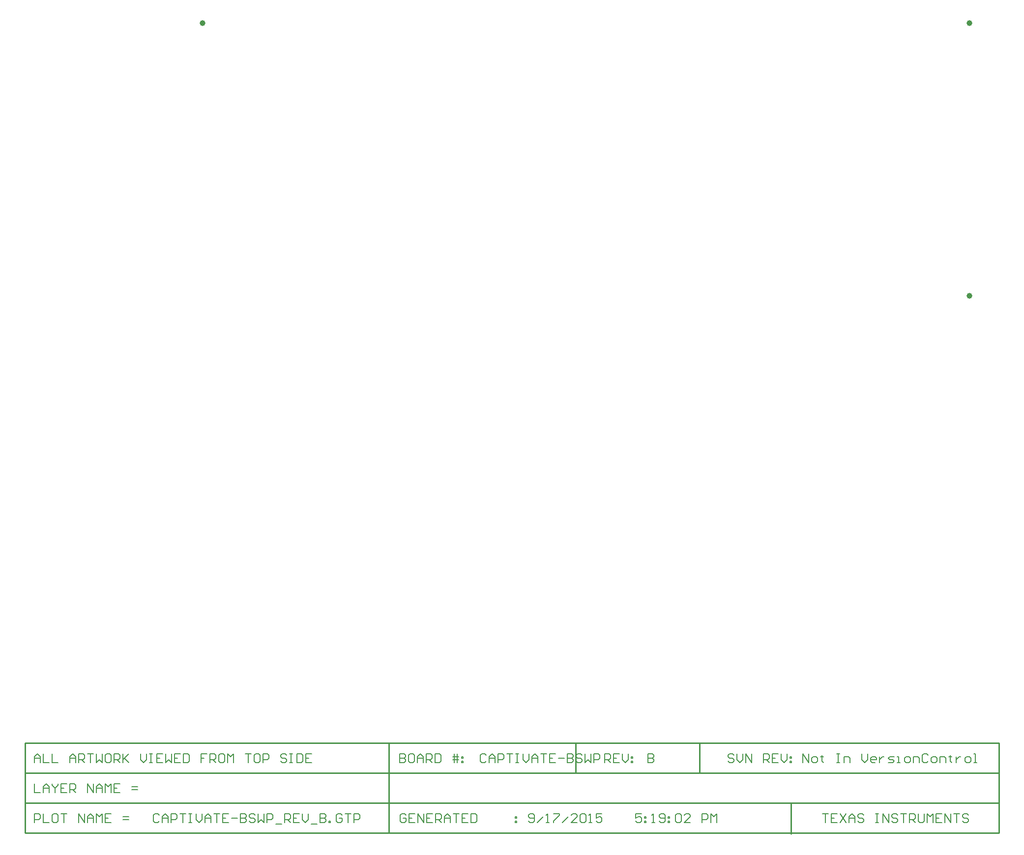
<source format=gtp>
%FSAX25Y25*%
%MOIN*%
G70*
G01*
G75*
G04 Layer_Color=9021481*
%ADD10C,0.00787*%
%ADD11C,0.03937*%
%ADD12C,0.00591*%
%ADD13C,0.00600*%
%ADD14C,0.00800*%
%ADD15C,0.01600*%
%ADD16C,0.01000*%
%ADD17C,0.06496*%
%ADD18R,0.06496X0.06496*%
%ADD19C,0.18110*%
%ADD20C,0.04000*%
%ADD21C,0.02500*%
G54D11*
X0680200Y0589400D02*
D03*
Y0404400D02*
D03*
X0160200Y0589400D02*
D03*
G54D14*
X0580500Y0052965D02*
X0584499D01*
X0582499D01*
Y0046966D01*
X0590497Y0052965D02*
X0586498D01*
Y0046966D01*
X0590497D01*
X0586498Y0049966D02*
X0588497D01*
X0592496Y0052965D02*
X0596495Y0046966D01*
Y0052965D02*
X0592496Y0046966D01*
X0598494D02*
Y0050965D01*
X0600493Y0052965D01*
X0602493Y0050965D01*
Y0046966D01*
Y0049966D01*
X0598494D01*
X0608491Y0051965D02*
X0607491Y0052965D01*
X0605492D01*
X0604492Y0051965D01*
Y0050965D01*
X0605492Y0049966D01*
X0607491D01*
X0608491Y0048966D01*
Y0047966D01*
X0607491Y0046966D01*
X0605492D01*
X0604492Y0047966D01*
X0616488Y0052965D02*
X0618488D01*
X0617488D01*
Y0046966D01*
X0616488D01*
X0618488D01*
X0621487D02*
Y0052965D01*
X0625486Y0046966D01*
Y0052965D01*
X0631484Y0051965D02*
X0630484Y0052965D01*
X0628484D01*
X0627485Y0051965D01*
Y0050965D01*
X0628484Y0049966D01*
X0630484D01*
X0631484Y0048966D01*
Y0047966D01*
X0630484Y0046966D01*
X0628484D01*
X0627485Y0047966D01*
X0633483Y0052965D02*
X0637482D01*
X0635482D01*
Y0046966D01*
X0639481D02*
Y0052965D01*
X0642480D01*
X0643480Y0051965D01*
Y0049966D01*
X0642480Y0048966D01*
X0639481D01*
X0641480D02*
X0643480Y0046966D01*
X0645479Y0052965D02*
Y0047966D01*
X0646479Y0046966D01*
X0648478D01*
X0649478Y0047966D01*
Y0052965D01*
X0651477Y0046966D02*
Y0052965D01*
X0653476Y0050965D01*
X0655476Y0052965D01*
Y0046966D01*
X0661474Y0052965D02*
X0657475D01*
Y0046966D01*
X0661474D01*
X0657475Y0049966D02*
X0659474D01*
X0663473Y0046966D02*
Y0052965D01*
X0667472Y0046966D01*
Y0052965D01*
X0669471D02*
X0673470D01*
X0671471D01*
Y0046966D01*
X0679468Y0051965D02*
X0678468Y0052965D01*
X0676469D01*
X0675469Y0051965D01*
Y0050965D01*
X0676469Y0049966D01*
X0678468D01*
X0679468Y0048966D01*
Y0047966D01*
X0678468Y0046966D01*
X0676469D01*
X0675469Y0047966D01*
X0458049Y0052965D02*
X0454050D01*
Y0049966D01*
X0456049Y0050965D01*
X0457049D01*
X0458049Y0049966D01*
Y0047966D01*
X0457049Y0046966D01*
X0455050D01*
X0454050Y0047966D01*
X0460048Y0050965D02*
X0461048D01*
Y0049966D01*
X0460048D01*
Y0050965D01*
Y0047966D02*
X0461048D01*
Y0046966D01*
X0460048D01*
Y0047966D01*
X0465046Y0046966D02*
X0467046D01*
X0466046D01*
Y0052965D01*
X0465046Y0051965D01*
X0470045Y0047966D02*
X0471044Y0046966D01*
X0473044D01*
X0474044Y0047966D01*
Y0051965D01*
X0473044Y0052965D01*
X0471044D01*
X0470045Y0051965D01*
Y0050965D01*
X0471044Y0049966D01*
X0474044D01*
X0476043Y0050965D02*
X0477043D01*
Y0049966D01*
X0476043D01*
Y0050965D01*
Y0047966D02*
X0477043D01*
Y0046966D01*
X0476043D01*
Y0047966D01*
X0481041Y0051965D02*
X0482041Y0052965D01*
X0484040D01*
X0485040Y0051965D01*
Y0047966D01*
X0484040Y0046966D01*
X0482041D01*
X0481041Y0047966D01*
Y0051965D01*
X0491038Y0046966D02*
X0487039D01*
X0491038Y0050965D01*
Y0051965D01*
X0490038Y0052965D01*
X0488039D01*
X0487039Y0051965D01*
X0499035Y0046966D02*
Y0052965D01*
X0502035D01*
X0503034Y0051965D01*
Y0049966D01*
X0502035Y0048966D01*
X0499035D01*
X0505033Y0046966D02*
Y0052965D01*
X0507033Y0050965D01*
X0509032Y0052965D01*
Y0046966D01*
X0046350D02*
Y0052965D01*
X0049349D01*
X0050349Y0051965D01*
Y0049966D01*
X0049349Y0048966D01*
X0046350D01*
X0052348Y0052965D02*
Y0046966D01*
X0056347D01*
X0061345Y0052965D02*
X0059346D01*
X0058346Y0051965D01*
Y0047966D01*
X0059346Y0046966D01*
X0061345D01*
X0062345Y0047966D01*
Y0051965D01*
X0061345Y0052965D01*
X0064344D02*
X0068343D01*
X0066343D01*
Y0046966D01*
X0076340D02*
Y0052965D01*
X0080339Y0046966D01*
Y0052965D01*
X0082338Y0046966D02*
Y0050965D01*
X0084338Y0052965D01*
X0086337Y0050965D01*
Y0046966D01*
Y0049966D01*
X0082338D01*
X0088336Y0046966D02*
Y0052965D01*
X0090336Y0050965D01*
X0092335Y0052965D01*
Y0046966D01*
X0098333Y0052965D02*
X0094335D01*
Y0046966D01*
X0098333D01*
X0094335Y0049966D02*
X0096334D01*
X0106331Y0048966D02*
X0110329D01*
X0106331Y0050965D02*
X0110329D01*
X0046350Y0073549D02*
Y0067551D01*
X0050349D01*
X0052348D02*
Y0071549D01*
X0054347Y0073549D01*
X0056347Y0071549D01*
Y0067551D01*
Y0070550D01*
X0052348D01*
X0058346Y0073549D02*
Y0072549D01*
X0060346Y0070550D01*
X0062345Y0072549D01*
Y0073549D01*
X0060346Y0070550D02*
Y0067551D01*
X0068343Y0073549D02*
X0064344D01*
Y0067551D01*
X0068343D01*
X0064344Y0070550D02*
X0066343D01*
X0070342Y0067551D02*
Y0073549D01*
X0073341D01*
X0074341Y0072549D01*
Y0070550D01*
X0073341Y0069550D01*
X0070342D01*
X0072342D02*
X0074341Y0067551D01*
X0082338D02*
Y0073549D01*
X0086337Y0067551D01*
Y0073549D01*
X0088336Y0067551D02*
Y0071549D01*
X0090336Y0073549D01*
X0092335Y0071549D01*
Y0067551D01*
Y0070550D01*
X0088336D01*
X0094335Y0067551D02*
Y0073549D01*
X0096334Y0071549D01*
X0098333Y0073549D01*
Y0067551D01*
X0104331Y0073549D02*
X0100332D01*
Y0067551D01*
X0104331D01*
X0100332Y0070550D02*
X0102332D01*
X0112329Y0069550D02*
X0116327D01*
X0112329Y0071549D02*
X0116327D01*
X0294000Y0093831D02*
Y0087833D01*
X0296999D01*
X0297999Y0088833D01*
Y0089833D01*
X0296999Y0090832D01*
X0294000D01*
X0296999D01*
X0297999Y0091832D01*
Y0092832D01*
X0296999Y0093831D01*
X0294000D01*
X0302997D02*
X0300998D01*
X0299998Y0092832D01*
Y0088833D01*
X0300998Y0087833D01*
X0302997D01*
X0303997Y0088833D01*
Y0092832D01*
X0302997Y0093831D01*
X0305996Y0087833D02*
Y0091832D01*
X0307996Y0093831D01*
X0309995Y0091832D01*
Y0087833D01*
Y0090832D01*
X0305996D01*
X0311994Y0087833D02*
Y0093831D01*
X0314993D01*
X0315993Y0092832D01*
Y0090832D01*
X0314993Y0089833D01*
X0311994D01*
X0313994D02*
X0315993Y0087833D01*
X0317992Y0093831D02*
Y0087833D01*
X0320991D01*
X0321991Y0088833D01*
Y0092832D01*
X0320991Y0093831D01*
X0317992D01*
X0330988Y0087833D02*
Y0093831D01*
X0332987D02*
Y0087833D01*
X0329988Y0091832D02*
X0332987D01*
X0333987D01*
X0329988Y0089833D02*
X0333987D01*
X0335986Y0091832D02*
X0336986D01*
Y0090832D01*
X0335986D01*
Y0091832D01*
Y0088833D02*
X0336986D01*
Y0087833D01*
X0335986D01*
Y0088833D01*
X0352549Y0092832D02*
X0351549Y0093831D01*
X0349550D01*
X0348550Y0092832D01*
Y0088833D01*
X0349550Y0087833D01*
X0351549D01*
X0352549Y0088833D01*
X0354548Y0087833D02*
Y0091832D01*
X0356547Y0093831D01*
X0358547Y0091832D01*
Y0087833D01*
Y0090832D01*
X0354548D01*
X0360546Y0087833D02*
Y0093831D01*
X0363545D01*
X0364545Y0092832D01*
Y0090832D01*
X0363545Y0089833D01*
X0360546D01*
X0366544Y0093831D02*
X0370543D01*
X0368544D01*
Y0087833D01*
X0372542Y0093831D02*
X0374542D01*
X0373542D01*
Y0087833D01*
X0372542D01*
X0374542D01*
X0377541Y0093831D02*
Y0089833D01*
X0379540Y0087833D01*
X0381539Y0089833D01*
Y0093831D01*
X0383539Y0087833D02*
Y0091832D01*
X0385538Y0093831D01*
X0387537Y0091832D01*
Y0087833D01*
Y0090832D01*
X0383539D01*
X0389537Y0093831D02*
X0393535D01*
X0391536D01*
Y0087833D01*
X0399534Y0093831D02*
X0395535D01*
Y0087833D01*
X0399534D01*
X0395535Y0090832D02*
X0397534D01*
X0401533D02*
X0405532D01*
X0407531Y0093831D02*
Y0087833D01*
X0410530D01*
X0411530Y0088833D01*
Y0089833D01*
X0410530Y0090832D01*
X0407531D01*
X0410530D01*
X0411530Y0091832D01*
Y0092832D01*
X0410530Y0093831D01*
X0407531D01*
X0417528Y0092832D02*
X0416528Y0093831D01*
X0414529D01*
X0413529Y0092832D01*
Y0091832D01*
X0414529Y0090832D01*
X0416528D01*
X0417528Y0089833D01*
Y0088833D01*
X0416528Y0087833D01*
X0414529D01*
X0413529Y0088833D01*
X0419527Y0093831D02*
Y0087833D01*
X0421526Y0089833D01*
X0423526Y0087833D01*
Y0093831D01*
X0425525Y0087833D02*
Y0093831D01*
X0428524D01*
X0429524Y0092832D01*
Y0090832D01*
X0428524Y0089833D01*
X0425525D01*
X0462150Y0093831D02*
Y0087833D01*
X0465149D01*
X0466149Y0088833D01*
Y0089833D01*
X0465149Y0090832D01*
X0462150D01*
X0465149D01*
X0466149Y0091832D01*
Y0092832D01*
X0465149Y0093831D01*
X0462150D01*
X0046350Y0087833D02*
Y0091832D01*
X0048349Y0093831D01*
X0050349Y0091832D01*
Y0087833D01*
Y0090832D01*
X0046350D01*
X0052348Y0093831D02*
Y0087833D01*
X0056347D01*
X0058346Y0093831D02*
Y0087833D01*
X0062345D01*
X0070342D02*
Y0091832D01*
X0072342Y0093831D01*
X0074341Y0091832D01*
Y0087833D01*
Y0090832D01*
X0070342D01*
X0076340Y0087833D02*
Y0093831D01*
X0079339D01*
X0080339Y0092832D01*
Y0090832D01*
X0079339Y0089833D01*
X0076340D01*
X0078340D02*
X0080339Y0087833D01*
X0082338Y0093831D02*
X0086337D01*
X0084338D01*
Y0087833D01*
X0088336Y0093831D02*
Y0087833D01*
X0090336Y0089833D01*
X0092335Y0087833D01*
Y0093831D01*
X0097334D02*
X0095334D01*
X0094335Y0092832D01*
Y0088833D01*
X0095334Y0087833D01*
X0097334D01*
X0098333Y0088833D01*
Y0092832D01*
X0097334Y0093831D01*
X0100332Y0087833D02*
Y0093831D01*
X0103332D01*
X0104331Y0092832D01*
Y0090832D01*
X0103332Y0089833D01*
X0100332D01*
X0102332D02*
X0104331Y0087833D01*
X0106331Y0093831D02*
Y0087833D01*
Y0089833D01*
X0110329Y0093831D01*
X0107330Y0090832D01*
X0110329Y0087833D01*
X0118327Y0093831D02*
Y0089833D01*
X0120326Y0087833D01*
X0122325Y0089833D01*
Y0093831D01*
X0124325D02*
X0126324D01*
X0125324D01*
Y0087833D01*
X0124325D01*
X0126324D01*
X0133322Y0093831D02*
X0129323D01*
Y0087833D01*
X0133322D01*
X0129323Y0090832D02*
X0131323D01*
X0135321Y0093831D02*
Y0087833D01*
X0137321Y0089833D01*
X0139320Y0087833D01*
Y0093831D01*
X0145318D02*
X0141319D01*
Y0087833D01*
X0145318D01*
X0141319Y0090832D02*
X0143319D01*
X0147317Y0093831D02*
Y0087833D01*
X0150316D01*
X0151316Y0088833D01*
Y0092832D01*
X0150316Y0093831D01*
X0147317D01*
X0163312D02*
X0159313D01*
Y0090832D01*
X0161313D01*
X0159313D01*
Y0087833D01*
X0165312D02*
Y0093831D01*
X0168310D01*
X0169310Y0092832D01*
Y0090832D01*
X0168310Y0089833D01*
X0165312D01*
X0167311D02*
X0169310Y0087833D01*
X0174309Y0093831D02*
X0172309D01*
X0171310Y0092832D01*
Y0088833D01*
X0172309Y0087833D01*
X0174309D01*
X0175308Y0088833D01*
Y0092832D01*
X0174309Y0093831D01*
X0177308Y0087833D02*
Y0093831D01*
X0179307Y0091832D01*
X0181306Y0093831D01*
Y0087833D01*
X0189304Y0093831D02*
X0193303D01*
X0191303D01*
Y0087833D01*
X0198301Y0093831D02*
X0196301D01*
X0195302Y0092832D01*
Y0088833D01*
X0196301Y0087833D01*
X0198301D01*
X0199301Y0088833D01*
Y0092832D01*
X0198301Y0093831D01*
X0201300Y0087833D02*
Y0093831D01*
X0204299D01*
X0205299Y0092832D01*
Y0090832D01*
X0204299Y0089833D01*
X0201300D01*
X0217295Y0092832D02*
X0216295Y0093831D01*
X0214296D01*
X0213296Y0092832D01*
Y0091832D01*
X0214296Y0090832D01*
X0216295D01*
X0217295Y0089833D01*
Y0088833D01*
X0216295Y0087833D01*
X0214296D01*
X0213296Y0088833D01*
X0219294Y0093831D02*
X0221293D01*
X0220294D01*
Y0087833D01*
X0219294D01*
X0221293D01*
X0224292Y0093831D02*
Y0087833D01*
X0227291D01*
X0228291Y0088833D01*
Y0092832D01*
X0227291Y0093831D01*
X0224292D01*
X0234289D02*
X0230291D01*
Y0087833D01*
X0234289D01*
X0230291Y0090832D02*
X0232290D01*
X0298199Y0051965D02*
X0297199Y0052965D01*
X0295200D01*
X0294200Y0051965D01*
Y0047966D01*
X0295200Y0046966D01*
X0297199D01*
X0298199Y0047966D01*
Y0049966D01*
X0296199D01*
X0304197Y0052965D02*
X0300198D01*
Y0046966D01*
X0304197D01*
X0300198Y0049966D02*
X0302197D01*
X0306196Y0046966D02*
Y0052965D01*
X0310195Y0046966D01*
Y0052965D01*
X0316193D02*
X0312194D01*
Y0046966D01*
X0316193D01*
X0312194Y0049966D02*
X0314194D01*
X0318192Y0046966D02*
Y0052965D01*
X0321191D01*
X0322191Y0051965D01*
Y0049966D01*
X0321191Y0048966D01*
X0318192D01*
X0320192D02*
X0322191Y0046966D01*
X0324190D02*
Y0050965D01*
X0326190Y0052965D01*
X0328189Y0050965D01*
Y0046966D01*
Y0049966D01*
X0324190D01*
X0330188Y0052965D02*
X0334187D01*
X0332188D01*
Y0046966D01*
X0340185Y0052965D02*
X0336186D01*
Y0046966D01*
X0340185D01*
X0336186Y0049966D02*
X0338186D01*
X0342184Y0052965D02*
Y0046966D01*
X0345183D01*
X0346183Y0047966D01*
Y0051965D01*
X0345183Y0052965D01*
X0342184D01*
X0372175Y0050965D02*
X0373175D01*
Y0049966D01*
X0372175D01*
Y0050965D01*
Y0047966D02*
X0373175D01*
Y0046966D01*
X0372175D01*
Y0047966D01*
X0381150D02*
X0382150Y0046966D01*
X0384149D01*
X0385149Y0047966D01*
Y0051965D01*
X0384149Y0052965D01*
X0382150D01*
X0381150Y0051965D01*
Y0050965D01*
X0382150Y0049966D01*
X0385149D01*
X0387148Y0046966D02*
X0391147Y0050965D01*
X0393146Y0046966D02*
X0395146D01*
X0394146D01*
Y0052965D01*
X0393146Y0051965D01*
X0398145Y0052965D02*
X0402143D01*
Y0051965D01*
X0398145Y0047966D01*
Y0046966D01*
X0404143D02*
X0408141Y0050965D01*
X0414139Y0046966D02*
X0410141D01*
X0414139Y0050965D01*
Y0051965D01*
X0413140Y0052965D01*
X0411140D01*
X0410141Y0051965D01*
X0416139D02*
X0417138Y0052965D01*
X0419138D01*
X0420137Y0051965D01*
Y0047966D01*
X0419138Y0046966D01*
X0417138D01*
X0416139Y0047966D01*
Y0051965D01*
X0422137Y0046966D02*
X0424136D01*
X0423136D01*
Y0052965D01*
X0422137Y0051965D01*
X0431134Y0052965D02*
X0427135D01*
Y0049966D01*
X0429135Y0050965D01*
X0430134D01*
X0431134Y0049966D01*
Y0047966D01*
X0430134Y0046966D01*
X0428135D01*
X0427135Y0047966D01*
X0130899Y0051965D02*
X0129899Y0052965D01*
X0127900D01*
X0126900Y0051965D01*
Y0047966D01*
X0127900Y0046966D01*
X0129899D01*
X0130899Y0047966D01*
X0132898Y0046966D02*
Y0050965D01*
X0134897Y0052965D01*
X0136897Y0050965D01*
Y0046966D01*
Y0049966D01*
X0132898D01*
X0138896Y0046966D02*
Y0052965D01*
X0141895D01*
X0142895Y0051965D01*
Y0049966D01*
X0141895Y0048966D01*
X0138896D01*
X0144894Y0052965D02*
X0148893D01*
X0146894D01*
Y0046966D01*
X0150892Y0052965D02*
X0152892D01*
X0151892D01*
Y0046966D01*
X0150892D01*
X0152892D01*
X0155891Y0052965D02*
Y0048966D01*
X0157890Y0046966D01*
X0159889Y0048966D01*
Y0052965D01*
X0161889Y0046966D02*
Y0050965D01*
X0163888Y0052965D01*
X0165887Y0050965D01*
Y0046966D01*
Y0049966D01*
X0161889D01*
X0167887Y0052965D02*
X0171885D01*
X0169886D01*
Y0046966D01*
X0177884Y0052965D02*
X0173885D01*
Y0046966D01*
X0177884D01*
X0173885Y0049966D02*
X0175884D01*
X0179883D02*
X0183882D01*
X0185881Y0052965D02*
Y0046966D01*
X0188880D01*
X0189880Y0047966D01*
Y0048966D01*
X0188880Y0049966D01*
X0185881D01*
X0188880D01*
X0189880Y0050965D01*
Y0051965D01*
X0188880Y0052965D01*
X0185881D01*
X0195878Y0051965D02*
X0194878Y0052965D01*
X0192879D01*
X0191879Y0051965D01*
Y0050965D01*
X0192879Y0049966D01*
X0194878D01*
X0195878Y0048966D01*
Y0047966D01*
X0194878Y0046966D01*
X0192879D01*
X0191879Y0047966D01*
X0197877Y0052965D02*
Y0046966D01*
X0199876Y0048966D01*
X0201876Y0046966D01*
Y0052965D01*
X0203875Y0046966D02*
Y0052965D01*
X0206874D01*
X0207874Y0051965D01*
Y0049966D01*
X0206874Y0048966D01*
X0203875D01*
X0209873Y0045967D02*
X0213872D01*
X0215871Y0046966D02*
Y0052965D01*
X0218870D01*
X0219870Y0051965D01*
Y0049966D01*
X0218870Y0048966D01*
X0215871D01*
X0217871D02*
X0219870Y0046966D01*
X0225868Y0052965D02*
X0221869D01*
Y0046966D01*
X0225868D01*
X0221869Y0049966D02*
X0223869D01*
X0227867Y0052965D02*
Y0048966D01*
X0229867Y0046966D01*
X0231866Y0048966D01*
Y0052965D01*
X0233865Y0045967D02*
X0237864D01*
X0239863Y0052965D02*
Y0046966D01*
X0242863D01*
X0243862Y0047966D01*
Y0048966D01*
X0242863Y0049966D01*
X0239863D01*
X0242863D01*
X0243862Y0050965D01*
Y0051965D01*
X0242863Y0052965D01*
X0239863D01*
X0245862Y0046966D02*
Y0047966D01*
X0246861D01*
Y0046966D01*
X0245862D01*
X0254859Y0051965D02*
X0253859Y0052965D01*
X0251860D01*
X0250860Y0051965D01*
Y0047966D01*
X0251860Y0046966D01*
X0253859D01*
X0254859Y0047966D01*
Y0049966D01*
X0252859D01*
X0256858Y0052965D02*
X0260857D01*
X0258857D01*
Y0046966D01*
X0262856D02*
Y0052965D01*
X0265855D01*
X0266855Y0051965D01*
Y0049966D01*
X0265855Y0048966D01*
X0262856D01*
X0433000Y0087833D02*
Y0093831D01*
X0435999D01*
X0436999Y0092832D01*
Y0090832D01*
X0435999Y0089833D01*
X0433000D01*
X0434999D02*
X0436999Y0087833D01*
X0442997Y0093831D02*
X0438998D01*
Y0087833D01*
X0442997D01*
X0438998Y0090832D02*
X0440997D01*
X0444996Y0093831D02*
Y0089833D01*
X0446995Y0087833D01*
X0448995Y0089833D01*
Y0093831D01*
X0450994Y0091832D02*
X0451994D01*
Y0090832D01*
X0450994D01*
Y0091832D01*
Y0088833D02*
X0451994D01*
Y0087833D01*
X0450994D01*
Y0088833D01*
X0520799Y0092832D02*
X0519799Y0093831D01*
X0517800D01*
X0516800Y0092832D01*
Y0091832D01*
X0517800Y0090832D01*
X0519799D01*
X0520799Y0089833D01*
Y0088833D01*
X0519799Y0087833D01*
X0517800D01*
X0516800Y0088833D01*
X0522798Y0093831D02*
Y0089833D01*
X0524797Y0087833D01*
X0526797Y0089833D01*
Y0093831D01*
X0528796Y0087833D02*
Y0093831D01*
X0532795Y0087833D01*
Y0093831D01*
X0540792Y0087833D02*
Y0093831D01*
X0543791D01*
X0544791Y0092832D01*
Y0090832D01*
X0543791Y0089833D01*
X0540792D01*
X0542792D02*
X0544791Y0087833D01*
X0550789Y0093831D02*
X0546790D01*
Y0087833D01*
X0550789D01*
X0546790Y0090832D02*
X0548790D01*
X0552788Y0093831D02*
Y0089833D01*
X0554788Y0087833D01*
X0556787Y0089833D01*
Y0093831D01*
X0558786Y0091832D02*
X0559786D01*
Y0090832D01*
X0558786D01*
Y0091832D01*
Y0088833D02*
X0559786D01*
Y0087833D01*
X0558786D01*
Y0088833D01*
X0567400Y0087833D02*
Y0093831D01*
X0571399Y0087833D01*
Y0093831D01*
X0574398Y0087833D02*
X0576397D01*
X0577397Y0088833D01*
Y0090832D01*
X0576397Y0091832D01*
X0574398D01*
X0573398Y0090832D01*
Y0088833D01*
X0574398Y0087833D01*
X0580396Y0092832D02*
Y0091832D01*
X0579396D01*
X0581395D01*
X0580396D01*
Y0088833D01*
X0581395Y0087833D01*
X0590393Y0093831D02*
X0592392D01*
X0591392D01*
Y0087833D01*
X0590393D01*
X0592392D01*
X0595391D02*
Y0091832D01*
X0598390D01*
X0599390Y0090832D01*
Y0087833D01*
X0607387Y0093831D02*
Y0089833D01*
X0609386Y0087833D01*
X0611386Y0089833D01*
Y0093831D01*
X0616384Y0087833D02*
X0614385D01*
X0613385Y0088833D01*
Y0090832D01*
X0614385Y0091832D01*
X0616384D01*
X0617384Y0090832D01*
Y0089833D01*
X0613385D01*
X0619383Y0091832D02*
Y0087833D01*
Y0089833D01*
X0620383Y0090832D01*
X0621383Y0091832D01*
X0622382D01*
X0625381Y0087833D02*
X0628380D01*
X0629380Y0088833D01*
X0628380Y0089833D01*
X0626381D01*
X0625381Y0090832D01*
X0626381Y0091832D01*
X0629380D01*
X0631379Y0087833D02*
X0633379D01*
X0632379D01*
Y0091832D01*
X0631379D01*
X0637377Y0087833D02*
X0639377D01*
X0640376Y0088833D01*
Y0090832D01*
X0639377Y0091832D01*
X0637377D01*
X0636378Y0090832D01*
Y0088833D01*
X0637377Y0087833D01*
X0642376D02*
Y0091832D01*
X0645375D01*
X0646374Y0090832D01*
Y0087833D01*
X0652373Y0092832D02*
X0651373Y0093831D01*
X0649373D01*
X0648374Y0092832D01*
Y0088833D01*
X0649373Y0087833D01*
X0651373D01*
X0652373Y0088833D01*
X0655372Y0087833D02*
X0657371D01*
X0658371Y0088833D01*
Y0090832D01*
X0657371Y0091832D01*
X0655372D01*
X0654372Y0090832D01*
Y0088833D01*
X0655372Y0087833D01*
X0660370D02*
Y0091832D01*
X0663369D01*
X0664369Y0090832D01*
Y0087833D01*
X0667368Y0092832D02*
Y0091832D01*
X0666368D01*
X0668367D01*
X0667368D01*
Y0088833D01*
X0668367Y0087833D01*
X0671366Y0091832D02*
Y0087833D01*
Y0089833D01*
X0672366Y0090832D01*
X0673366Y0091832D01*
X0674365D01*
X0678364Y0087833D02*
X0680364D01*
X0681363Y0088833D01*
Y0090832D01*
X0680364Y0091832D01*
X0678364D01*
X0677364Y0090832D01*
Y0088833D01*
X0678364Y0087833D01*
X0683362D02*
X0685362D01*
X0684362D01*
Y0093831D01*
X0683362D01*
G54D16*
X0559400Y0039400D02*
Y0059683D01*
X0440500Y0040050D02*
X0700200D01*
Y0101050D01*
X0286500Y0040050D02*
Y0101050D01*
X0040000Y0040050D02*
Y0101050D01*
X0040050Y0040050D02*
X0197600D01*
X0040050D02*
Y0101050D01*
Y0101050D02*
X0700200D01*
X0040000Y0040050D02*
X0440500D01*
X0040000Y0060383D02*
X0700000D01*
X0040000Y0080717D02*
X0700200D01*
X0413200D02*
Y0101050D01*
X0497200Y0080717D02*
Y0101050D01*
M02*

</source>
